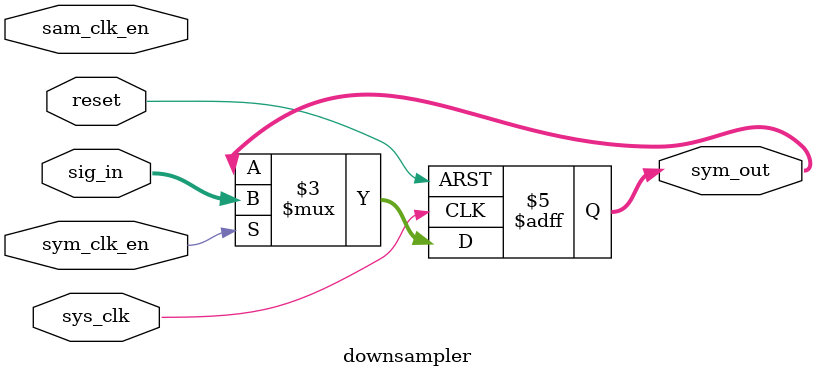
<source format=v>
module downsampler(
    input sym_clk_en, sam_clk_en, sys_clk, reset,
    input wire signed [17:0] sig_in,
    output reg signed [17:0] sym_out

);

always @ (posedge sys_clk or posedge reset)
    if(reset)
        sym_out = 18'sd0;
    else if(sym_clk_en)
        sym_out = sig_in;
    else
        sym_out = sym_out;




endmodule
</source>
